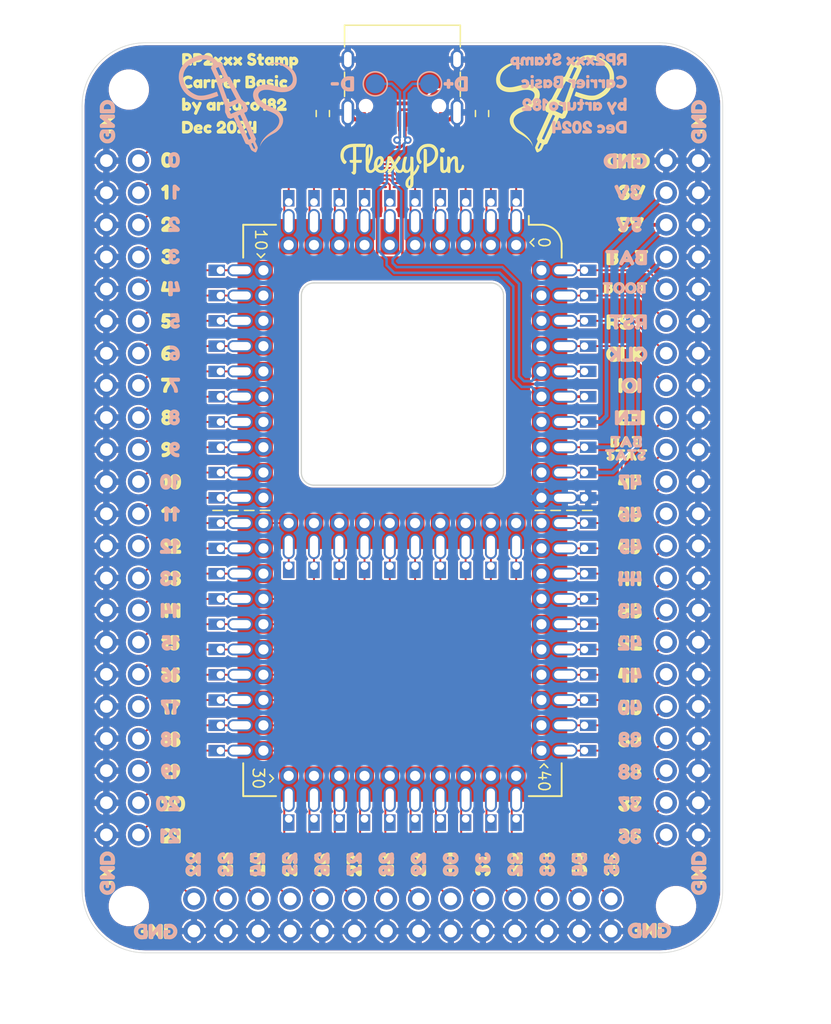
<source format=kicad_pcb>
(kicad_pcb (version 20240108) (generator "pcbnew") (generator_version "8.0")
  (title_block (rev "1"))
  (layers (0 "F.Cu" signal) (31 "B.Cu" signal) (34 "B.Paste" user) (35 "F.Paste" user) (36 "B.SilkS" user "B.Silkscreen") (37 "F.SilkS" user "F.Silkscreen") (38 "B.Mask" user) (39 "F.Mask" user) (44 "Edge.Cuts" user))
  (net 0 "")
  (net 1 "/USB_D-")
  (net 2 "GND")
  (net 3 "/USB_D+")
  (net 4 "+5V")
  (net 5 "Net-(J1-CC2)")
  (net 6 "Net-(J1-CC1)")
  (net 7 "/GPIO26")
  (net 8 "/GPIO17")
  (net 9 "/GPIO11")
  (net 10 "/GPIO39")
  (net 11 "/GPIO12")
  (net 12 "/GPIO47")
  (net 13 "/GPIO5")
  (net 14 "/GPIO27")
  (net 15 "/GPIO20")
  (net 16 "/GPIO1")
  (net 17 "/GPIO38")
  (net 18 "/GPIO9")
  (net 19 "/GPIO6")
  (net 20 "/GPIO29")
  (net 21 "VBAT")
  (net 22 "/GPIO44")
  (net 23 "/GPIO4")
  (net 24 "/GPIO0")
  (net 25 "/GPIO21")
  (net 26 "/LDO_EN")
  (net 27 "/GPIO3")
  (net 28 "/GPIO43")
  (net 29 "/GPIO30")
  (net 30 "/GPIO14")
  (net 31 "/SWCLK")
  (net 32 "/GPIO22")
  (net 33 "/GPIO2")
  (net 34 "/GPIO34")
  (net 35 "/GPIO18")
  (net 36 "/GPIO32")
  (net 37 "/GPIO13")
  (net 38 "/GPIO45")
  (net 39 "/GPIO16")
  (net 40 "/GPIO7")
  (net 41 "/BAT_STAT")
  (net 42 "/GPIO36")
  (net 43 "/GPIO31")
  (net 44 "/RESET")
  (net 45 "/GPIO25")
  (net 46 "/GPIO8")
  (net 47 "/GPIO42")
  (net 48 "/GPIO15")
  (net 49 "/GPIO28")
  (net 50 "/GPIO23")
  (net 51 "/GPIO33")
  (net 52 "/GPIO35")
  (net 53 "/GPIO24")
  (net 54 "/SWDIO")
  (net 55 "/GPIO40")
  (net 56 "/GPIO46")
  (net 57 "/GPIO41")
  (net 58 "+3.3V")
  (net 59 "/GPIO10")
  (net 60 "/GPIO37")
  (net 61 "/BOOTSEL")
  (net 62 "/GPIO19")
  (footprint "Connector_PinHeader_2.54mm:PinHeader_2x14_P2.54mm_Vertical" (layer "F.Cu") (at 142.85 127.275 90)
    (property "Reference" "J4" (hide yes))
    (property "Value" "Conn_Center")
  )
  (footprint "MountingHole:MountingHole_2.7mm_M2.5" (layer "F.Cu") (at 181 60.7)
    (property "Reference" "REF**" (hide yes))
    (property "Value" "MountingHole_2.7mm_M2.5")
  )
  (footprint "kibuzzard-66F552E2" (layer "F.Cu") (at 182.8 122.7 90)
    (property "Reference" "kibuzzard-66F552E2" (hide yes))
    (property "Value" "G***" (hide yes))
  )
  (footprint "kibuzzard-66F552E2" (layer "F.Cu") (at 139.82 127.31)
    (property "Reference" "kibuzzard-66F552E2" (hide yes))
    (property "Value" "G***" (hide yes))
  )
  (footprint "kibuzzard-678C1E58" (layer "F.Cu") (at 146.5 61)
    (property "Reference" "kibuzzard-678C1E58" (hide yes))
    (property "Value" "G***" (hide yes))
  )
  (footprint "Symbols_Extra:SolderParty-New-Logo_10x8.5mm_SilkScreen" (layer "F.Cu") (at 171.75 61.5)
    (property "Reference" "G***" (hide yes))
    (property "Value" "LOGO" (hide yes))
  )
  (footprint "kibuzzard-66C2A1A1" (layer "F.Cu") (at 141.2 93)
    (property "Reference" "kibuzzard-66C2A1A1" (hide yes))
    (property "Value" "G***" (hide yes))
  )
  (footprint "Connector_USB:USB_C_Receptacle_XKB_U262-16XN-4BVC11" (layer "F.Cu") (at 159.35 59.4 180)
    (property "Reference" "J1" (hide yes))
    (property "Value" "USB_C_Receptacle_USB2.0_14P")
  )
  (footprint "RP2xxx_Stamp:RP2xxx_Stamp_Combo_FlexyPin" (layer "F.Cu") (at 159.35 94 -90)
    (property "Reference" "U1" (hide yes))
    (property "Value" "RP2350_Stamp_XL")
  )
  (footprint "kibuzzard-66C2A3D7" (layer "F.Cu") (at 177.1 89.1)
    (property "Reference" "kibuzzard-66C2A3D7" (hide yes))
    (property "Value" "G***" (hide yes))
  )
  (footprint "kibuzzard-66F552E2" (layer "F.Cu") (at 136 122.694158 90)
    (property "Reference" "kibuzzard-66F552E2" (hide yes))
    (property "Value" "G***" (hide yes))
  )
  (footprint "kibuzzard-66F552E2" (layer "F.Cu") (at 178.9 127.23)
    (property "Reference" "kibuzzard-66F552E2" (hide yes))
    (property "Value" "G***" (hide yes))
  )
  (footprint "kibuzzard-66C2A49A" (layer "F.Cu") (at 159.35 122 90)
    (property "Reference" "kibuzzard-66C2A49A" (hide yes))
    (property "Value" "G***" (hide yes))
  )
  (footprint "Resistor_SMD:R_0603_1608Metric" (layer "F.Cu") (at 153.05 62.6 -90)
    (property "Reference" "R2" (hide yes))
    (property "Value" "5.1K")
  )
  (footprint "MountingHole:MountingHole_2.7mm_M2.5" (layer "F.Cu") (at 137.7 60.7)
    (property "Reference" "REF**" (hide yes))
    (property "Value" "MountingHole_2.7mm_M2.5")
  )
  (footprint "Connector_PinHeader_2.54mm:PinHeader_2x22_P2.54mm_Vertical" (layer "F.Cu") (at 180.225 66.325)
    (property "Reference" "J3" (hide yes))
    (property "Value" "Conn_Right")
  )
  (footprint "MountingHole:MountingHole_2.7mm_M2.5" (layer "F.Cu") (at 137.7 125.3)
    (property "Reference" "REF**" (hide yes))
    (property "Value" "MountingHole_2.7mm_M2.5")
  )
  (footprint "Resistor_SMD:R_0603_1608Metric" (layer "F.Cu") (at 165.65 62.6 -90)
    (property "Reference" "R1" (hide yes))
    (property "Value" "5.1K")
  )
  (footprint "kibuzzard-66F552E2" (layer "F.Cu") (at 182.8 63.25 90)
    (property "Reference" "kibuzzard-66F552E2" (hide yes))
    (property "Value" "G***" (hide yes))
  )
  (footprint "kibuzzard-66C2A3A5" (layer "F.Cu") (at 177 76.4)
    (property "Reference" "kibuzzard-66C2A3A5" (hide yes))
    (property "Value" "G***" (hide yes))
  )
  (footprint "MountingHole:MountingHole_2.7mm_M2.5" (layer "F.Cu") (at 181 125.3)
    (property "Reference" "REF**" (hide yes))
    (property "Value" "MountingHole_2.7mm_M2.5")
  )
  (footprint "LOGO" (layer "F.Cu") (at 159.35 66.75)
    (property "Reference" "G***" (hide yes))
    (property "Value" "LOGO" (hide yes))
  )
  (footprint "kibuzzard-66F552E2" (layer "F.Cu") (at 136 63.244158 90)
    (property "Reference" "kibuzzard-66F552E2" (hide yes))
    (property "Value" "G***" (hide yes))
  )
  (footprint "kibuzzard-66C2A29F" (layer "F.Cu") (at 177.5 94.3)
    (property "Reference" "kibuzzard-66C2A29F" (hide yes))
    (property "Value" "G***" (hide yes))
  )
  (footprint "Connector_PinHeader_2.54mm:PinHeader_2x22_P2.54mm_Vertical" (layer "F.Cu") (at 135.925 66.325)
    (property "Reference" "J2" (hide yes))
    (property "Value" "Conn_Left")
  )
  (footprint "kibuzzard-66C2A2F8" (layer "F.Cu") (at 177.2 74)
    (property "Reference" "kibuzzard-66C2A2F8" (hide yes))
    (property "Value" "G***" (hide yes))
  )
  (footprint "kibuzzard-678C1E0B" (layer "B.Cu") (at 163 60.25 180)
    (property "Reference" "kibuzzard-678C1E0B" (hide yes))
    (property "Value" "G***" (hide yes))
  )
  (footprint "TestPoint:TestPoint_Pad_D1.5mm" (layer "B.Cu") (at 161.5 60.25 90)
    (property "Reference" "TP2" (hide yes))
    (property "Value" "TP_D+" (hide yes))
  )
  (footprint "kibuzzard-66F552E2" (layer "B.Cu") (at 136 63.244158 90)
    (property "Reference" "kibuzzard-66F552E2" (hide yes))
    (property "Value" "G***" (hide yes))
  )
  (footprint "kibuzzard-66F552E2" (layer "B.Cu") (at 139.82 127.31 180)
    (property "Reference" "kibuzzard-66F552E2" (hide yes))
    (property "Value" "G***" (hide yes))
  )
  (footprint "kibuzzard-66C2A2F8" (layer "B.Cu") (at 177 74 180)
    (property "Reference" "kibuzzard-66C2A2F8" (hide yes))
    (property "Value" "G***" (hide yes))
  )
  (footprint "kibuzzard-678C1E05" (layer "B.Cu") (at 154 60.25 180)
    (property "Reference" "kibuzzard-678C1E05" (hide yes))
    (property "Value" "G***" (hide yes))
  )
  (footprint "kibuzzard-66C2A3A5" (layer "B.Cu") (at 176.9 76.4 180)
    (property "Reference" "kibuzzard-66C2A3A5" (hide yes))
    (property "Value" "G***" (hide yes))
  )
  (footprint "kibuzzard-66F552E2" (layer "B.Cu") (at 178.9 127.23 180)
    (property "Reference" "kibuzzard-66F552E2" (hide yes))
    (property "Value" "G***" (hide yes))
  )
  (footprint "kibuzzard-66C2A49A" (layer "B.Cu") (at 159.35 122 -90)
    (property "Reference" "kibuzzard-66C2A49A" (hide yes))
    (property "Value" "G***" (hide yes))
  )
  (footprint "kibuzzard-66F552E2" (layer "B.Cu") (at 136 122.694158 90)
    (property "Reference" "kibuzzard-66F552E2" (hide yes))
    (property "Value" "G***" (hide yes))
  )
  (footprint "kibuzzard-678C1DFB" (layer "B.Cu") (at 164 60.25 180)
    (property "Reference" "kibuzzard-678C1DFB" (hide yes))
    (property "Value" "G***" (hide yes))
  )
  (footprint "TestPoint:TestPoint_Pad_D1.5mm" (layer "B.Cu") (at 157.2 60.25 90)
    (property "Reference" "TP1" (hide yes))
    (property "Value" "TP_D-" (hide yes))
  )
  (footprint "kibuzzard-678C1E5E" (layer "B.Cu") (at 172.5 61 180)
    (property "Reference" "kibuzzard-678C1E5E" (hide yes))
    (property "Value" "G***" (hide yes))
  )
  (footprint "kibuzzard-66C2A29F" (layer "B.Cu") (at 177.2 94.3 180)
    (property "Reference" "kibuzzard-66C2A29F" (hide yes))
    (property "Value" "G***" (hide yes))
  )
  (footprint "Symbols_Extra:SolderParty-New-Logo_10x8.5mm_SilkScreen" (layer "B.Cu") (at 146 61.5 180)
    (property "Reference" "G***" (hide yes))
    (property "Value" "LOGO" (hide yes))
  )
  (footprint "kibuzzard-66F552E2" (layer "B.Cu") (at 182.8 63.25 90)
    (property "Reference" "kibuzzard-66F552E2" (hide yes))
    (property "Value" "G***" (hide yes))
  )
  (footprint "kibuzzard-66C2A1A1" (layer "B.Cu") (at 140.8 93 180)
    (property "Reference" "kibuzzard-66C2A1A1" (hide yes))
    (property "Value" "G***" (hide yes))
  )
  (footprint "kibuzzard-66C2A3D7" (layer "B.Cu") (at 177 89.1 180)
    (property "Reference" "kibuzzard-66C2A3D7" (hide yes))
    (property "Value" "G***" (hide yes))
  )
  (footprint "kibuzzard-678C1DF7" (layer "B.Cu") (at 155 60.25 180)
    (property "Reference" "kibuzzard-678C1DF7" (hide yes))
    (property "Value" "G***" (hide yes))
  )
  (footprint "kibuzzard-66F552E2" (layer "B.Cu") (at 182.8 122.7 90)
    (property "Reference" "kibuzzard-66F552E2" (hide yes))
    (property "Value" "G***" (hide yes))
  )
  (gr_line (start 184.7 62) (end 184.7 124) (stroke (width 0.05)) (layer "Edge.Cuts"))
  (gr_line (start 151.35 77) (end 151.35 90.999999) (stroke (width 0.1)) (layer "Edge.Cuts"))
  (gr_arc (start 167.35 91) (mid 167.057107 91.707107) (end 166.35 92) (stroke (width 0.1)) (layer "Edge.Cuts"))
  (gr_line (start 167.35 91) (end 167.35 77) (stroke (width 0.1)) (layer "Edge.Cuts"))
  (gr_arc (start 166.35 76) (mid 167.057107 76.292893) (end 167.35 77) (stroke (width 0.1)) (layer "Edge.Cuts"))
  (gr_arc (start 179.7 57) (mid 183.235534 58.464466) (end 184.7 62) (stroke (width 0.05)) (layer "Edge.Cuts"))
  (gr_line (start 179.7 129) (end 139 129) (stroke (width 0.05)) (layer "Edge.Cuts"))
  (gr_line (start 134 124) (end 134 62) (stroke (width 0.05)) (layer "Edge.Cuts"))
  (gr_arc (start 184.7 124) (mid 183.235534 127.535534) (end 179.7 129) (stroke (width 0.05)) (layer "Edge.Cuts"))
  (gr_arc (start 139 129) (mid 135.464466 127.535534) (end 134 124) (stroke (width 0.05)) (layer "Edge.Cuts"))
  (gr_arc (start 152.35 92) (mid 151.642893 91.707106) (end 151.35 90.999999) (stroke (width 0.1)) (layer "Edge.Cuts"))
  (gr_arc (start 151.35 77) (mid 151.642893 76.292893) (end 152.35 76) (stroke (width 0.1)) (layer "Edge.Cuts"))
  (gr_line (start 152.35 92) (end 166.35 92) (stroke (width 0.1)) (layer "Edge.Cuts"))
  (gr_line (start 139 57) (end 179.7 57) (stroke (width 0.05)) (layer "Edge.Cuts"))
  (gr_line (start 166.35 76) (end 152.35 76) (stroke (width 0.1)) (layer "Edge.Cuts"))
  (gr_arc (start 134 62) (mid 135.464466 58.464466) (end 139 57) (stroke (width 0.05)) (layer "Edge.Cuts"))
  (segment (start 158.925 64.7) (end 159.125 64.5) (width 0.2) (layer "F.Cu") (net 1))
  (segment (start 159.125 64.5) (end 159.125 63.957501) (width 0.2) (layer "F.Cu") (net 1))
  (segment (start 160.1 63.07) (end 160.1 62.445) (width 0.2) (layer "F.Cu") (net 1))
  (segment (start 159.1 63.932501) (end 159.1 63.07) (width 0.2) (layer "F.Cu") (net 1))
  (segment (start 159.95 62.295) (end 159.255 62.295) (width 0.2) (layer "F.Cu") (net 1))
  (segment (start 160.1 62.445) (end 159.95 62.295) (width 0.2) (layer "F.Cu") (net 1))
  (segment (start 159.1 62.45) (end 159.1 63.07) (width 0.2) (layer "F.Cu") (net 1))
  (segment (start 173.4 85) (end 170.65 85) (width 0.2) (layer "F.Cu") (net 1))
  (segment (start 159.125 63.957501) (end 159.1 63.932501) (width 0.2) (layer "F.Cu") (net 1))
  (segment (start 159.255 62.295) (end 159.1 62.45) (width 0.2) (layer "F.Cu") (net 1))
  (segment (start 173.4 85) (end 171.85 85) (width 0.2) (layer "F.Cu") (net 1))
  (via (at 158.925 64.7) (size 0.6) (drill 0.3) (layers "F.Cu" "B.Cu") (net 1))
  (segment (start 169.575 84.225) (end 168.783694 84.225) (width 0.2) (layer "B.Cu") (net 1))
  (segment (start 158.1 74.6) (end 158.1 74.1) (width 0.2) (layer "B.Cu") (net 1))
  (segment (start 158.7 75.2) (end 158.1 74.6) (width 0.2) (layer "B.Cu") (net 1))
  (segment (start 159.15 60.9) (end 159.15 64.475) (width 0.2) (layer "B.Cu") (net 1))
  (segment (start 170.35 85) (end 169.575 84.225) (width 0.2) (layer "B.Cu") (net 1))
  (segment (start 157.45 73.45) (end 157.45 68.75) (width 0.2) (layer "B.Cu") (net 1))
  (segment (start 168.125 76.275) (end 167.05 75.2) (width 0.2) (layer "B.Cu") (net 1))
  (segment (start 158.125 66.356802) (end 159.124999 65.356803) (width 0.2) (layer "B.Cu") (net 1))
  (segment (start 159.124999 65.356803) (end 159.124999 64.899999) (width 0.2) (layer "B.Cu") (net 1))
  (segment (start 168.125 83.566306) (end 168.125 76.275) (width 0.2) (layer "B.Cu") (net 1))
  (segment (start 167.05 75.2) (end 158.7 75.2) (width 0.2) (layer "B.Cu") (net 1))
  (segment (start 168.783694 84.225) (end 168.125 83.566306) (width 0.2) (layer "B.Cu") (net 1))
  (segment (start 158.1 74.1) (end 157.45 73.45) (width 0.2) (layer "B.Cu") (net 1))
  (segment (start 158.5 60.25) (end 159.15 60.9) (width 0.2) (layer "B.Cu") (net 1))
  (segment (start 159.124999 64.899999) (end 158.925 64.7) (width 0.2) (layer "B.Cu") (net 1))
  (segment (start 157.2 60.25) (end 158.5 60.25) (width 0.2) (layer "B.Cu") (net 1))
  (segment (start 158.125 68.070753) (end 158.125 66.356802) (width 0.2) (layer "B.Cu") (net 1))
  (segment (start 157.45 68.75) (end 158.125 68.075) (width 0.2) (layer "B.Cu") (net 1))
  (segment (start 159.15 64.475) (end 158.925 64.7) (width 0.2) (layer "B.Cu") (net 1))
  (segment (start 163.105 63.07) (end 163.67 62.505) (width 0.3) (layer "F.Cu") (net 2))
  (segment (start 156.3 63.07) (end 155.595 63.07) (width 0.3) (layer "F.Cu") (net 2))
  (segment (start 155.595 63.07) (end 155.03 62.505) (width 0.3) (layer "F.Cu") (net 2))
  (segment (start 173.4 93) (end 171.85 93) (width 0.15) (layer "F.Cu") (net 2))
  (segment (start 162.7 63.07) (end 163.105 63.07) (width 0.3) (layer "F.Cu") (net 2))
  (segment (start 158.6 63.07) (end 158.6 64.247182) (width 0.2) (layer "F.Cu") (net 3))
  (segment (start 158.6 64.247182) (end 158.375 64.472182) (width 0.2) (layer "F.Cu") (net 3))
  (segment (start 158.375 64.472182) (end 158.375 64.927818) (width 0.2) (layer "F.Cu") (net 3))
  (segment (start 158.697182 65.25) (end 159.225 65.25) (width 0.2) (layer "F.Cu") (net 3))
  (segment (start 159.575 63.957501) (end 159.6 63.932501) (width 0.2) (layer "F.Cu") (net 3))
  (segment (start 173.4 83) (end 171.85 83) (width 0.2) (layer "F.Cu") (net 3))
  (segment (start 159.575 64.5) (end 159.575 63.957501) (width 0.2) (layer "F.Cu") (net 3))
  (segment (start 159.775 64.7) (end 159.575 64.5) (width 0.2) (layer "F.Cu") (net 3))
  (segment (start 158.375 64.927818) (end 158.697182 65.25) (width 0.2) (layer "F.Cu") (net 3))
  (segment (start 159.225 65.25) (end 159.775 64.7) (width 0.2) (layer "F.Cu") (net 3))
  (segment (start 159.6 63.932501) (end 159.6 63.07) (width 0.2) (layer "F.Cu") (net 3))
  (via (at 159.775 64.7) (size 0.6) (drill 0.3) (layers "F.Cu" "B.Cu") (net 3))
  (segment (start 158.575 68.070753) (end 158.575 66.543198) (width 0.2) (layer "B.Cu") (net 3))
  (segment (start 158.575 74.125) (end 159.25 73.45) (width 0.2) (layer "B.Cu") (net 3))
  (segment (start 159.5 64.425) (end 159.775 64.7) (width 0.2) (layer "B.Cu") (net 3))
  (segment (start 159.25 68.75) (end 158.575 68.075) (width 0.2) (layer "B.Cu") (net 3))
  (segment (start 159.25 73.45) (end 159.25 68.75) (width 0.2) (layer "B.Cu") (net 3))
  (segment (start 170.35 83) (end 169.575 83.775) (width 0.2) (layer "B.Cu") (net 3))
  (segment (start 168.575 83.37991) (end 168.575 76.075) (width 0.2) (layer "B.Cu") (net 3))
  (segment (start 167.25 74.75) (end 158.9 74.75) (width 0.2) (layer "B.Cu") (net 3))
  (segment (start 158.575 66.543198) (end 159.474999 65.643199) (width 0.2) (layer "B.Cu") (net 3))
  (segment (start 159.474999 65.643199) (end 159.474999 65.000001) (width 0.2) (layer "B.Cu") (net 3))
  (segment (start 168.575 76.075) (end 167.25 74.75) (width 0.2) (layer "B.Cu") (net 3))
  (segment (start 169.575 83.775) (end 168.97009 83.775) (width 0.2) (layer "B.Cu") (net 3))
  (segment (start 168.97009 83.775) (end 168.575 83.37991) (width 0.2) (layer "B.Cu") (net 3))
  (segment (start 160.15 60.25) (end 159.5 60.9) (width 0.2) (layer "B.Cu") (net 3))
  (segment (start 158.575 74.425) (end 158.575 74.125) (width 0.2) (layer "B.Cu") (net 3))
  (segment (start 161.5 60.25) (end 160.15 60.25) (width 0.2) (layer "B.Cu") (net 3))
  (segment (start 159.474999 65.000001) (end 159.775 64.7) (width 0.2) (layer "B.Cu") (net 3))
  (segment (start 159.5 60.9) (end 159.5 64.425) (width 0.2) (layer "B.Cu") (net 3))
  (segment (start 158.9 74.75) (end 158.575 74.425) (width 0.2) (layer "B.Cu") (net 3))
  (segment (start 157.1 63.07) (end 157.1 62.345) (width 0.3) (layer "F.Cu") (net 4))
  (segment (start 175.1 69.8) (end 176.705 71.405) (width 0.3) (layer "F.Cu") (net 4))
  (segment (start 157.645 61.8) (end 160.85 61.8) (width 0.3) (layer "F.Cu") (net 4))
  (segment (start 160.85 61.8) (end 161.05 61.8) (width 0.3) (layer "F.Cu") (net 4))
  (segment (start 173.5 60.9) (end 161.95 60.9) (width 0.3) (layer "F.Cu") (net 4))
  (segment (start 176.705 71.405) (end 180.225 71.405) (width 0.3) (layer "F.Cu") (net 4))
  (segment (start 157.1 62.345) (end 157.645 61.8) (width 0.3) (layer "F.Cu") (net 4))
  (segment (start 173.4 89) (end 171.85 89) (width 0.15) (layer "F.Cu") (net 4))
  (segment (start 161.05 61.8) (end 161.6 62.35) (width 0.3) (layer "F.Cu") (net 4))
  (segment (start 161.05 61.8) (end 161.95 60.9) (width 0.3) (layer "F.Cu") (net 4))
  (segment (start 173.5 60.9) (end 175.1 62.5) (width 0.3) (layer "F.Cu") (net 4))
  (segment (start 161.6 62.35) (end 161.6 63.07) (width 0.3) (layer "F.Cu") (net 4))
  (segment (start 175.1 62.5) (end 175.1 69.8) (width 0.3) (layer "F.Cu") (net 4))
  (segment (start 173.75 89) (end 176 89) (width 0.3) (layer "B.Cu") (net 4))
  (segment (start 176 89) (end 176.75 88.25) (width 0.3) (layer "B.Cu") (net 4))
  (segment (start 176.75 74.88) (end 180.225 71.405) (width 0.3) (layer "B.Cu") (net 4))
  (segment (start 176.75 88.25) (end 176.75 74.88) (width 0.3) (layer "B.Cu") (net 4))
  (segment (start 157.6 63.795) (end 157.395 64) (width 0.15) (layer "F.Cu") (net 5))
  (segment (start 157.395 64) (end 154.15 64) (width 0.15) (layer "F.Cu") (net 5))
  (segment (start 154.15 64) (end 153.95 63.8) (width 0.15) (layer "F.Cu") (net 5))
  (segment (start 153.725 61.775) (end 153.05 61.775) (width 0.15) (layer "F.Cu") (net 5))
  (segment (start 157.6 63.07) (end 157.6 63.795) (width 0.15) (layer "F.Cu") (net 5))
  (segment (start 153.95 62) (end 153.725 61.775) (width 0.15) (layer "F.Cu") (net 5))
  (segment (start 153.95 63.8) (end 153.95 62) (width 0.15) (layer "F.Cu") (net 5))
  (segment (start 160.6 63.07) (end 160.6 63.795) (width 0.15) (layer "F.Cu") (net 6))
  (segment (start 164.975 61.775) (end 165.65 61.775) (width 0.15) (layer "F.Cu") (net 6))
  (segment (start 164.75 62) (end 164.975 61.775) (width 0.15) (layer "F.Cu") (net 6))
  (segment (start 164.55 64) (end 164.75 63.8) (width 0.15) (layer "F.Cu") (net 6))
  (segment (start 164.75 63.8) (end 164.75 62) (width 0.15) (layer "F.Cu") (net 6))
  (segment (start 160.6 63.795) (end 160.805 64) (width 0.15) (layer "F.Cu") (net 6))
  (segment (start 160.805 64) (end 164.55 64) (width 0.15) (layer "F.Cu") (net 6))
  (segment (start 151.675 123.4) (end 149.559264 123.4) (width 0.15) (layer "F.Cu") (net 7))
  (segment (start 142.5 109.588376) (end 142.8 109.288376) (width 0.15) (layer "F.Cu") (net 7))
  (segment (start 142.8 109.288376) (end 142.8 107.17264) (width 0.15) (layer "F.Cu") (net 7))
  (segment (start 148.35 107) (end 155.125 107) (width 0.15) (layer "F.Cu") (net 7))
  (segment (start 142.97264 107) (end 146.15 107) (width 0.15) (layer "F.Cu") (net 7))
  (segment (start 142.5 116.340736) (end 142.5 109.588376) (width 0.15) (layer "F.Cu") (net 7))
  (segment (start 162.35 99.775) (end 162.35 98.4) (width 0.15) (layer "F.Cu") (net 7))
  (segment (start 142.8 107.17264) (end 142.97264 107) (width 0.15) (layer "F.Cu") (net 7))
  (segment (start 155.125 107) (end 162.35 99.775) (width 0.15) (layer "F.Cu") (net 7))
  (segment (start 153.01 124.735) (end 151.675 123.4) (width 0.15) (layer "F.Cu") (net 7))
  (segment (start 162.35 96.85) (end 162.35 98.4) (width 0.15) (layer "F.Cu") (net 7))
  (segment (start 149.559264 123.4) (end 142.5 116.340736) (width 0.15) (layer "F.Cu") (net 7))
  (segment (start 141.9 93.675584) (end 141.6 93.975584) (width 0.15) (layer "F.Cu") (net 8))
  (segment (start 141.3 98.507056) (end 141 98.807056) (width 0.15) (layer "F.Cu") (net 8))
  (segment (start 141 100.922792) (end 140.7 101.222792) (width 0.15) (layer "F.Cu") (net 8))
  (segment (start 140.7 101.222792) (end 140.7 103.338528) (width 0.15) (layer "F.Cu") (net 8))
  (segment (start 140.4 105.754264) (end 140.1 106.054264) (width 0.15) (layer "F.Cu") (net 8))
  (segment (start 142.2 90.05) (end 142.2 91.259848) (width 0.15) (layer "F.Cu") (net 8))
  (segment (start 141.3 96.39132) (end 141.3 98.507056) (width 0.15) (layer "F.Cu") (net 8))
  (segment (start 140.4 103.638528) (end 140.4 105.754264) (width 0.15) (layer "F.Cu") (net 8))
  (segment (start 140.1 107.87) (end 138.465 109.505) (width 0.15) (layer "F.Cu") (net 8))
  (segment (start 141.9 91.559848) (end 141.9 93.675584) (width 0.15) (layer "F.Cu") (net 8))
  (segment (start 141.6 96.09132) (end 141.3 96.39132) (width 0.15) (layer "F.Cu") (net 8))
  (segment (start 143.25 89) (end 142.2 90.05) (width 0.15) (layer "F.Cu") (net 8))
  (segment (start 142.2 91.259848) (end 141.9 91.559848) (width 0.15) (layer "F.Cu") (net 8))
  (segment (start 140.1 106.054264) (end 140.1 107.87) (width 0.15) (layer "F.Cu") (net 8))
  (segment (start 146.15 89) (end 143.25 89) (width 0.15) (layer "F.Cu") (net 8))
  (segment (start 140.7 103.338528) (end 140.4 103.638528) (width 0.15) (layer "F.Cu") (net 8))
  (segment (start 141 98.807056) (end 141 100.922792) (width 0.15) (layer "F.Cu") (net 8))
  (segment (start 141.6 93.975584) (end 141.6 96.09132) (width 0.15) (layer "F.Cu") (net 8))
  (segment (start 140.7 88.098528) (end 140.4 88.398528) (width 0.15) (layer "F.Cu") (net 9))
  (segment (start 141.6 80.85132) (end 141.3 81.15132) (width 0.15) (layer "F.Cu") (net 9))
  (segment (start 140.1 92.63) (end 138.465 94.265) (width 0.15) (layer "F.Cu") (net 9))
  (segment (start 141.6 78.735584) (end 141.6 80.85132) (width 0.15) (layer "F.Cu") (net 9))
  (segment (start 141 83.567056) (end 141 85.682792) (width 0.15) (layer "F.Cu") (net 9))
  (segment (start 146.15 77) (end 143.335584 77) (width 0.15) (layer "F.Cu") (net 9))
  (segment (start 141.3 81.15132) (end 141.3 83.267056) (width 0.15) (layer "F.Cu") (net 9))
  (segment (start 143.335584 77) (end 141.6 78.735584) (width 0.15) (layer "F.Cu") (net 9))
  (segment (start 141 85.682792) (end 140.7 85.982792) (width 0.15) (layer "F.Cu") (net 9))
  (segment (start 140.4 90.514264) (end 140.1 90.814264) (width 0.15) (layer "F.Cu") (net 9))
  (segment (start 141.3 83.267056) (end 141 83.567056) (width 0.15) (layer "F.Cu") (net 9))
  (segment (start 140.4 88.398528) (end 140.4 90.514264) (width 0.15) (layer "F.Cu") (net 9))
  (segment (start 140.7 85.982792) (end 140.7 88.098528) (width 0.15) (layer "F.Cu") (net 9))
  (segment (start 140.1 90.814264) (end 140.1 92.63) (width 0.15) (layer "F.Cu") (net 9))
  (segment (start 168 118.4) (end 168 119.6) (width 0.15) (layer "F.Cu") (net 10))
  (segment (start 168 119.6) (end 168.1 119.7) (width 0.15) (layer "F.Cu") (net 10))
  (segment (start 168.1 119.7) (end 172.57 119.7) (width 0.15) (layer "F.Cu") (net 10))
  (segment (start 168 118.4) (end 168 116.85) (width 0.15) (layer "F.Cu") (net 10))
  (segment (start 172.57 119.7) (end 180.225 112.045) (width 0.15) (layer "F.Cu") (net 10))
  (segment (start 141 88.222792) (end 140.7 88.522792) (width 0.15) (layer "F.Cu") (net 11))
  (segment (start 141.9 80.975584) (end 141.6 81.275584) (width 0.15) (layer "F.Cu") (net 11))
  (segment (start 140.4 93.054264) (end 140.1 93.354264) (width 0.15) (layer "F.Cu") (net 11))
  (segment (start 141.6 81.275584) (end 141.6 83.39132) (width 0.15) (layer "F.Cu") (net 11))
  (segment (start 140.7 88.522792) (end 140.7 90.638528) (width 0.15) (layer "F.Cu") (net 11))
  (segment (start 141 86.107056) (end 141 88.222792) (width 0.15) (layer "F.Cu") (net 11))
  (segment (start 141.6 83.39132) (end 141.3 83.69132) (width 0.15) (layer "F.Cu") (net 11))
  (segment (start 140.7 90.638528) (end 140.4 90.938528) (width 0.15) (layer "F.Cu") (net 11))
  (segment (start 146.15 79) (end 143.25 79) (width 0.15) (layer "F.Cu") (net 11))
  (segment (start 140.4 90.938528) (end 140.4 93.054264) (width 0.15) (layer "F.Cu") (net 11))
  (segment (start 140.1 95.17) (end 138.465 96.805) (width 0.15) (layer "F.Cu") (net 11))
  (segment (start 141.3 83.69132) (end 141.3 85.807056) (width 0.15) (layer "F.Cu") (net 11))
  (segment (start 140.1 93.354264) (end 140.1 95.17) (width 0.15) (layer "F.Cu") (net 11))
  (segment (start 143.25 79) (end 141.9 80.35) (width 0.15) (layer "F.Cu") (net 11))
  (segment (start 141.9 80.35) (end 141.9 80.975584) (width 0.15) (layer "F.Cu") (net 11))
  (segment (start 141.3 85.807056) (end 141 86.107056) (width 0.15) (layer "F.Cu") (net 11))
  (segment (start 174.9 99) (end 178.9 95) (width 0.15) (layer "F.Cu") (net 12))
  (segment (start 171.85 99) (end 174.9 99) (width 0.15) (layer "F.Cu") (net 12))
  (segment (start 178.9 95) (end 178.9 93.05) (width 0.15) (layer "F.Cu") (net 12))
  (segment (start 178.9 93.05) (end 180.225 91.725) (width 0.15) (layer "F.Cu") (net 12))
  (segment (start 152.622792 67.3) (end 151.097056 67.3) (width 0.15) (layer "F.Cu") (net 13))
  (segment (start 158.2 68.1) (end 156.624264 68.1) (width 0.15) (layer "F.Cu") (net 13))
  (segment (start 151.097056 67.3) (end 150.597056 66.8) (width 0.15) (layer "F.Cu") (net 13))
  (segment (start 148.574264 66.8) (end 140.1 75.274264) (width 0.15) (layer "F.Cu") (net 13))
  (segment (start 158.35 68.25) (end 158.2 68.1) (width 0.15) (layer "F.Cu") (net 13))
  (segment (start 158.35 69.6) (end 158.35 68.25) (width 0.15) (layer "F.Cu") (net 13))
  (segment (start 152.822792 67.5) (end 152.622792 67.3) (width 0.15) (layer "F.Cu") (net 13))
  (segment (start 140.1 77.39) (end 138.465 79.025) (width 0.15) (layer "F.Cu") (net 13))
  (segment (start 154.448528 67.5) (end 152.822792 67.5) (width 0.15) (layer "F.Cu") (net 13))
  (segment (start 158 69.6) (end 158 71.15) (width 0.15) (layer "F.Cu") (net 13))
  (segment (start 156.324264 67.8) (end 154.748528 67.8) (width 0.15) (layer "F.Cu") (net 13))
  (segment (start 140.1 75.274264) (end 140.1 77.39) (width 0.15) (layer "F.Cu") (net 13))
  (segment (start 150.597056 66.8) (end 148.574264 66.8) (width 0.15) (layer "F.Cu") (net 13))
  (segment (start 154.748528 67.8) (end 154.448528 67.5) (width 0.15) (layer "F.Cu") (net 13))
  (segment (start 156.624264 68.1) (end 156.324264 67.8) (width 0.15) (layer "F.Cu") (net 13))
  (segment (start 142.8 109.71264) (end 143.51264 109) (width 0.15) (layer "F.Cu") (net 14))
  (segment (start 155.125 109) (end 164.35 99.775) (width 0.15) (layer "F.Cu") (net 14))
  (segment (start 143.51264 109) (end 146.15 109) (width 0.15) (layer "F.Cu") (net 14))
  (segment (start 142.8 116.216472) (end 142.8 109.71264) (width 0.15) (layer "F.Cu") (net 14))
  (segment (start 155.55 124.735) (end 153.915 123.1) (width 0.15) (layer "F.Cu") (net 14))
  (segment (start 153.915 123.1) (end 149.683528 123.1) (width 0.15) (layer "F.Cu") (net 14))
  (segment (start 149.683528 123.1) (end 142.8 116.216472) (width 0.15) (layer "F.Cu") (net 14))
  (segment (start 164.35 96.85) (end 164.35 98.4) (width 0.15) (layer "F.Cu") (net 14))
  (segment (start 148.35 109) (end 155.125 109) (width 0.15) (layer "F.Cu") (net 14))
  (segment (start 164.35 99.775) (end 164.35 98.4) (width 0.15) (layer "F.Cu") (net 14))
  (segment (start 141.3 104.01132) (end 141.3 106.127056) (width 0.15) (layer "F.Cu") (net 15))
  (segment (start 141.9 99.2) (end 141.9 101.295584) (width 0.15) (layer "F.Cu") (net 15))
  (segment (start 141.9 101.295584) (end 141.6 101.595584) (width 0.15) (layer "F.Cu") (net 15))
  (segment (start 141.6 101.595584) (end 141.6 103.71132) (width 0.15) (layer "F.Cu") (net 15))
  (segment (start 146.15 95) (end 143.25 95) (width 0.15) (layer "F.Cu") (net 15))
  (segment (start 140.7 108.842792) (end 140.7 114.89) (width 0.15) (layer "F.Cu") (net 15))
  (segment (start 141 108.542792) (end 140.7 108.842792) (width 0.15) (layer "F.Cu") (net 15))
  (segment (start 142.2 98.9) (end 141.9 99.2) (width 0.15) (layer "F.Cu") (net 15))
  (segment (start 141.3 106.127056) (end 141 106.427056) (width 0.15) (layer "F.Cu") (net 15))
  (segment (start 140.7 114.89) (end 138.465 117.125) (width 0.15) (layer "F.Cu") (net 15))
  (segment (start 143.25 95) (end 142.5 95.75) (width 0.15) (layer "F.Cu") (net 15))
  (segment (start 141.6 103.71132) (end 141.3 104.01132) (width 0.15) (layer "F.Cu") (net 15))
  (segment (start 148.35 95) (end 150.35 95) (width 0.15) (layer "F.Cu") (net 15))
  (segment (start 141 106.427056) (end 141 108.542792) (width 0.15) (layer "F.Cu") (net 15))
  (segment (start 142.5 95.75) (end 142.5 96.464112) (width 0.15) (layer "F.Cu") (net 15))
  (segment (start 150.35 96.85) (end 150.35 98.4) (width 0.15) (layer "F.Cu") (net 15))
  (segment (start 142.2 96.764112) (end 142.2 98.9) (width 0.15) (layer "F.Cu") (net 15))
  (segment (start 142.5 96.464112) (end 142.2 96.764112) (width 0.15) (layer "F.Cu") (net 15))
  (segment (start 154.945584 66.3) (end 153.319848 66.3) (width 0.15) (layer "F.Cu") (net 16))
  (segment (start 162.448528 67.5) (end 160.872792 67.5) (width 0.15) (layer "F.Cu") (net 16))
  (segment (start 151.594112 66.1) (end 151.094112 65.6) (width 0.15) (layer "F.Cu") (net 16))
  (segment (start 157.12132 66.9) (end 156.82132 66.6) (width 0.15) (layer "F.Cu") (net 16))
  (segment (start 158.697056 66.9) (end 157.12132 66.9) (width 0.15) (layer "F.Cu") (net 16))
  (segment (start 166 69.6) (end 166 71.15) (width 0.15) (layer "F.Cu") (net 16))
  (segment (start 164.324264 67.8) (end 162.748528 67.8) (width 0.15) (layer "F.Cu") (net 16))
  (segment (start 166.2 68.1) (end 164.624264 68.1) (width 0.15) (layer "F.Cu") (net 16))
  (segment (start 166.35 68.25) (end 166.2 68.1) (width 0.15) (layer "F.Cu") (net 16))
  (segment (start 162.748528 67.8) (end 162.448528 67.5) (width 0.15) (layer "F.Cu") (net 16))
  (segment (start 153.319848 66.3) (end 153.119848 66.1) (width 0.15) (layer "F.Cu") (net 16))
  (segment (start 155.245584 66.6) (end 154.945584 66.3) (width 0.15) (layer "F.Cu") (net 16))
  (segment (start 166.35 69.6) (end 166.35 68.25) (width 0.15) (layer "F.Cu") (net 16))
  (segment (start 156.82132 66.6) (end 155.245584 66.6) (width 0.15) (layer "F.Cu") (net 16))
  (segment (start 160.872792 67.5) (end 160.572792 67.2) (width 0.15) (layer "F.Cu") (net 16))
  (segment (start 141.73 65.6) (end 138.465 68.865) (width 0.15) (layer "F.Cu") (net 16))
  (segment (start 158.997056 67.2) (end 158.697056 66.9) (width 0.15) (layer "F.Cu") (net 16))
  (segment (start 153.119848 66.1) (end 151.594112 66.1) (width 0.15) (layer "F.Cu") (net 16))
  (segment (start 160.572792 67.2) (end 158.997056 67.2) (width 0.15) (layer "F.Cu") (net 16))
  (segment (start 151.094112 65.6) (end 141.73 65.6) (width 0.15) (layer "F.Cu") (net 16))
  (segment (start 164.624264 68.1) (end 164.324264 67.8) (width 0.15) (layer "F.Cu") (net 16))
  (segment (start 174.81 120) (end 180.225 114.585) (width 0.15) (layer "F.Cu") (net 17))
  (segment (start 166 118.4) (end 166 119.6) (width 0.15) (layer "F.Cu") (net 17))
  (segment (start 166.4 120) (end 174.81 120) (width 0.15) (layer "F.Cu") (net 17))
  (segment (start 166 119.6) (end 166.4 120) (width 0.15) (layer "F.Cu") (net 17))
  (segment (start 166 118.4) (end 166 116.85) (width 0.15) (layer "F.Cu") (net 17))
  (segment (start 149.07132 68) (end 141.3 75.77132) (width 0.15) (layer "F.Cu") (net 18))
  (segment (start 150 69.6) (end 150 71.15) (width 0.15) (layer "F.Cu") (net 18))
  (segment (start 140.4 83.318528) (end 140.4 85.434264) (width 0.15) (layer "F.Cu") (net 18))
  (segment (start 140.4 85.434264) (end 140.1 85.734264) (width 0.15) (layer "F.Cu") (net 18))
  (segment (start 150.1 68) (end 149.07132 68) (width 0.15) (layer "F.Cu") (net 18))
  (segment (start 140.7 80.902792) (end 140.7 83.018528) (width 0.15) (layer "F.Cu") (net 18))
  (segment (start 150.35 68.25) (end 150.1 68) (width 0.15) (layer "F.Cu") (net 18))
  (segment (start 141.3 75.77132) (end 141.3 78.187056) (width 0.15) (layer "F.Cu") (net 18))
  (segment (start 140.1 85.734264) (end 140.1 87.55) (width 0.15) (layer "F.Cu") (net 18))
  (segment (start 140.7 83.018528) (end 140.4 83.318528) (width 0.15) (layer "F.Cu") (net 18))
  (segment (start 141.3 78.187056) (end 141 78.487056) (width 0.15) (layer "F.Cu") (net 18))
  (segment (start 150.35 69.6) (end 150.35 68.25) (width 0.15) (layer "F.Cu") (net 18))
  (segment (start 141 78.487056) (end 141 80.602792) (width 0.15) (layer "F.Cu") (net 18))
  (segment (start 141 80.602792) (end 140.7 80.902792) (width 0.15) (layer "F.Cu") (net 18))
  (segment (start 140.1 87.55) (end 138.465 89.185) (width 0.15) (layer "F.Cu") (net 18))
  (segment (start 156.35 69.6) (end 156.35 68.25) (width 0.15) (layer "F.Cu") (net 19))
  (segment (start 150.972792 67.6) (end 150.472792 67.1) (width 0.15) (layer "F.Cu") (net 19))
  (segment (start 140.1 79.93) (end 138.465 81.565) (width 0.15) (layer "F.Cu") (net 19))
  (segment (start 156 69.6) (end 156 71.15) (width 0.15) (layer "F.Cu") (net 19))
  (segment (start 156.2 68.1) (end 154.624264 68.1) (width 0.15) (layer "F.Cu") (net 19))
  (segment (start 140.4 75.398528) (end 140.4 77.814264) (width 0.15) (layer "F.Cu") (net 19))
  (segment (start 154.624264 68.1) (end 154.324264 67.8) (width 0.15) (layer "F.Cu") (net 19))
  (segment (start 140.1 78.114264) (end 140.1 79.93) (width 0.15) (layer "F.Cu") (net 19))
  (segment (start 154.324264 67.8) (end 152.698528 67.8) (width 0.15) (layer "F.Cu") (net 19))
  (segment (start 152.498528 67.6) (end 150.972792 67.6) (width 0.15) (layer "F.Cu") (net 19))
  (segment (start 152.698528 67.8) (end 152.498528 67.6) (width 0.15) (layer "F.Cu") (net 19))
  (segment (start 148.698528 67.1) (end 140.4 75.398528) (width 0.15) (layer "F.Cu") (net 19))
  (segment (start 156.35 68.25) (end 156.2 68.1) (width 0.15) (layer "F.Cu") (net 19))
  (segment (start 140.4 77.814264) (end 140.1 78.114264) (width 0.15) (layer "F.Cu") (net 19))
  (segment (start 150.472792 67.1) (end 148.698528 67.1) (width 0.15) (layer "F.Cu") (net 19))
  (segment (start 168.35 96.85) (end 168.35 98.4) (width 0.15) (layer "F.Cu") (net 20))
  (segment (start 155.125 113) (end 168.35 99.775) (width 0.15) (layer "F.Cu") (net 20))
  (segment (start 158.595 122.7) (end 160.63 124.735) (width 0.15) (layer "F.Cu") (net 20))
  (segment (start 168.35 99.775) (end 168.35 98.4) (width 0.15) (layer "F.Cu") (net 20))
  (segment (start 143.4 113.4) (end 143.4 115.967944) (width 0.15) (layer "F.Cu") (net 20))
  (segment (start 155.827208 122.7) (end 158.595 122.7) (width 0.15) (layer "F.Cu") (net 20))
  (segment (start 155.627208 122.5) (end 155.827208 122.7) (width 0.15) (layer "F.Cu") (net 20))
  (segment (start 149.932056 122.5) (end 155.627208 122.5) (width 0.15) (layer "F.Cu") (net 20))
  (segment (start 143.8 113) (end 143.4 113.4) (width 0.15) (layer "F.Cu") (net 20))
  (segment (start 143.4 115.967944) (end 149.932056 122.5) (width 0.15) (layer "F.Cu") (net 20))
  (segment (start 146.15 113) (end 143.8 113) (width 0.15) (layer "F.Cu") (net 20))
  (segment (start 148.35 113) (end 155.125 113) (width 0.15) (layer "F.Cu") (net 20))
  (segment (start 173.4 91) (end 171.85 91) (width 0.15) (layer "F.Cu") (net 21))
  (segment (start 176 91) (end 178 89) (width 0.3) (layer "B.Cu") (net 21))
  (segment (start 178 76.17) (end 180.225 73.945) (width 0.3) (layer "B.Cu") (net 21))
  (segment (start 178 89) (end 178 76.17) (width 0.3) (layer "B.Cu") (net 21))
  (segment (start 173.75 91) (end 176 91) (width 0.3) (layer "B.Cu") (net 21))
  (segment (start 171.85 105) (end 174.9 105) (width 0.15) (layer "F.Cu") (net 22))
  (segment (start 178.9 101) (end 178.9 100.67) (width 0.15) (layer "F.Cu") (net 22))
  (segment (start 174.9 105) (end 178.9 101) (width 0.15) (layer "F.Cu") (net 22))
  (segment (start 178.9 100.67) (end 180.225 99.345) (width 0.15) (layer "F.Cu") (net 22))
  (segment (start 160 69.6) (end 160 71.15) (width 0.15) (layer "F.Cu") (net 23))
  (segment (start 151.22132 67) (end 150.72132 66.5) (width 0.15) (layer "F.Cu") (net 23))
  (segment (start 150.72132 66.5) (end 148.45 66.5) (width 0.15) (layer "F.Cu") (net 23))
  (segment (start 160.35 68.25) (end 160.2 68.1) (width 0.15) (layer "F.Cu") (net 23))
  (segment (start 158.624264 68.1) (end 158.324264 67.8) (width 0.15) (layer "F.Cu") (net 23))
  (segment (start 160.35 69.6) (end 160.35 68.25) (width 0.15) (layer "F.Cu") (net 23))
  (segment (start 160.2 68.1) (end 158.624264 68.1) (width 0.15) (layer "F.Cu") (net 23))
  (segment (start 148.45 66.5) (end 138.465 76.485) (width 0.15) (layer "F.Cu") (net 23))
  (segment (start 156.448528 67.5) (end 154.872792 67.5) (width 0.15) (layer "F.Cu") (net 23))
  (segment (start 156.748528 67.8) (end 156.448528 67.5) (width 0.15) (layer "F.Cu") (net 23))
  (segment (start 152.947056 67.2) (end 152.747056 67) (width 0.15) (layer "F.Cu") (net 23))
  (segment (start 154.872792 67.5) (end 154.572792 67.2) (width 0.15) (layer "F.Cu") (net 23))
  (segment (start 152.747056 67) (end 151.22132 67) (width 0.15) (layer "F.Cu") (net 23))
  (segment (start 154.572792 67.2) (end 152.947056 67.2) (width 0.15) (layer "F.Cu") (net 23))
  (segment (start 158.324264 67.8) (end 156.748528 67.8) (width 0.15) (layer "F.Cu") (net 23))
  (segment (start 164.748528 67.8) (end 164.448528 67.5) (width 0.15) (layer "F.Cu") (net 24))
  (segment (start 139.49 65.3) (end 138.465 66.325) (width 0.15) (layer "F.Cu") (net 24))
  (segment (start 168 69.6) (end 168 71.15) (width 0.15) (layer "F.Cu") (net 24))
  (segment (start 162.872792 67.5) (end 162.572792 67.2) (width 0.15) (layer "F.Cu") (net 24))
  (segment (start 160.997056 67.2) (end 160.697056 66.9) (width 0.15) (layer "F.Cu") (net 24))
  (segment (start 151.718376 65.8) (end 151.218376 65.3) (width 0.15) (layer "F.Cu") (net 24))
  (segment (start 168.35 69.6) (end 168.35 68.3) (width 0.15) (layer "F.Cu") (net 24))
  (segment (start 155.069848 66) (end 153.444112 66) (width 0.15) (layer "F.Cu") (net 24))
  (segment (start 155.369848 66.3) (end 155.069848 66) (width 0.15) (layer "F.Cu") (net 24))
  (segment (start 162.572792 67.2) (end 160.997056 67.2) (width 0.15) (layer "F.Cu") (net 24))
  (segment (start 151.218376 65.3) (end 139.49 65.3) (width 0.15) (layer "F.Cu") (net 24))
  (segment (start 153.444112 66) (end 153.244112 65.8) (width 0.15) (layer "F.Cu") (net 24))
  (segment (start 166.324264 67.8) (end 164.748528 67.8) (width 0.15) (layer "F.Cu") (net 24))
  (segment (start 168 71.15) (end 168 72.35) (width 0.15) (layer "F.Cu") (net 24))
  (segment (start 153.244112 65.8) (end 151.718376 65.8) (width 0.15) (layer "F.Cu") (net 24))
  (segment (start 168.35 68.3) (end 168.15 68.1) (width 0.15) (layer "F.Cu") (net 24))
  (segment (start 159.12132 66.9) (end 158.82132 66.6) (width 0.15) (layer "F.Cu") (net 24))
  (segment (start 164.448528 67.5) (end 162.872792 67.5) (width 0.15) (layer "F.Cu") (net 24))
  (segment (start 158.82132 66.6) (end 157.245584 66.6) (width 0.15) (layer "F.Cu") (net 24))
  (segment (start 168.15 68.1) (end 166.624264 68.1) (width 0.15) (layer "F.Cu") (net 24))
  (segment (start 157.245584 66.6) (end 156.945584 66.3) (width 0.15) (layer "F.Cu") (net 24))
  (segment (start 166.624264 68.1) (end 166.324264 67.8) (width 0.15) (layer "F.Cu") (net 24))
  (segment (start 156.945584 66.3) (end 155.369848 66.3) (width 0.15) (layer "F.Cu") (net 24))
  (segment (start 160.697056 66.9) (end 159.12132 66.9) (width 0.15) (layer "F.Cu") (net 24))
  (segment (start 152.35 96.85) (end 152.35 98.4) (width 0.15) (layer "F.Cu") (net 25))
  (segment (start 152.2 99.925) (end 152.35 99.775) (width 0.15) (layer "F.Cu") (net 25))
  (segment (start 142.2 99.324264) (end 142.2 101.419848) (width 0.15) (layer "F.Cu") (net 25))
  (segment (start 142.5 99.024264) (end 142.2 99.324264) (width 0.15) (layer "F.Cu") (net 25))
  (segment (start 141 108.967056) (end 141 117.13) (width 0.15) (layer "F.Cu") (net 25))
  (segment (start 141.3 106.55132) (end 141.3 108.667056) (width 0.15) (layer "F.Cu") (net 25))
  (segment (start 141.6 106.25132) (end 141.3 106.55132) (width 0.15) (layer "F.Cu") (net 25))
  (segment (start 149.5 99.65) (end 149.775 99.925) (width 0.15) (layer "F.Cu") (net 25))
  (segment (start 141.9 101.719848) (end 141.9 103.835584) (width 0.15) (layer "F.Cu") (net 25))
  (segment (start 143.25 97) (end 142.5 97.75) (width 0.15) (layer "F.Cu") (net 25))
  (segment (start 141 117.13) (end 138.465 119.665) (width 0.15) (layer "F.Cu") (net 25))
  (segment (start 141.6 104.135584) (end 141.6 106.25132) (width 0.15) (layer "F.Cu") (net 25))
  (segment (start 149.5 98.15) (end 149.5 99.65) (width 0.15) (layer "F.Cu") (net 25))
  (segment (start 141.3 108.667056) (end 141 108.967056) (width 0.15) (layer "F.Cu") (net 25))
  (segment (start 152.35 99.775) (end 152.35 98.4) (width 0.15) (layer "F.Cu") (net 25))
  (segment (start 141.9 103.835584) (end 141.6 104.135584) (width 0.15) (layer "F.Cu") (net 25))
  (segment (start 149.775 99.925) (end 152.2 99.925) (width 0.15) (layer "F.Cu") (net 25))
  (segment (start 148.35 97) (end 149.5 98.15) (width 0.15) (layer "F.Cu") (net 25))
  (segment (start 146.15 97) (end 143.25 97) (width 0.15) (layer "F.Cu") (net 25))
  (segment (start 142.2 101.419848) (end 141.9 101.719848) (width 0.15) (layer "F.Cu") (net 25))
  (segment (start 142.5 97.75) (end 142.5 99.024264) (width 0.15) (layer "F.Cu") (net 25))
  (segment (start 176.7 90.17) (end 180.225 86.645) (width 0.15) (layer "F.Cu") (net 26))
  (segment (start 174.9 95) (end 176.7 93.2) (width 0.15) (layer "F.Cu") (net 26))
  (segment (start 171.85 95) (end 174.9 95) (width 0.15) (layer "F.Cu") (net 26))
  (segment (start 176.7 93.2) (end 176.7 90.17) (width 0.15) (layer "F.Cu") (net 26))
  (segment (start 154.697056 66.9) (end 153.07132 66.9) (width 0.15) (layer "F.Cu") (net 27))
  (segment (start 154.997056 67.2) (end 154.697056 66.9) (width 0.15) (layer "F.Cu") (net 27))
  (segment (start 152.87132 66.7) (end 151.345584 66.7) (width 0.15) (layer "F.Cu") (net 27))
  (segment (start 162.35 69.6) (end 162.35 68.25) (width 0.15) (layer "F.Cu") (net 27))
  (segment (start 158.748528 67.8) (end 158.448528 67.5) (width 0.15) (layer "F.Cu") (net 27))
  (segment (start 162.35 68.25) (end 162.2 68.1) (width 0.15) (layer "F.Cu") (net 27))
  (segment (start 150.845584 66.2) (end 146.21 66.2) (width 0.15) (layer "F.Cu") (net 27))
  (segment (start 162 69.6) (end 162 71.15) (width 0.15) (layer "F.Cu") (net 27))
  (segment (start 162.2 68.1) (end 160.624264 68.1) (width 0.15) (layer "F.Cu") (net 27))
  (segment (start 160.324264 67.8) (end 158.748528 67.8) (width 0.15) (layer "F.Cu") (net 27))
  (segment (start 156.572792 67.2) (end 154.997056 67.2) (width 0.15) (layer "F.Cu") (net 27))
  (segment (start 146.21 66.2) (end 138.465 73.945) (width 0.15) (layer "F.Cu") (net 27))
  (segment (start 160.624264 68.1) (end 160.324264 67.8) (width 0.15) (layer "F.Cu") (net 27))
  (segment (start 153.07132 66.9) (end 152.87132 66.7) (width 0.15) (layer "F.Cu") (net 27))
  (segment (start 158.448528 67.5) (end 156.872792 67.5) (width 0.15) (layer "F.Cu") (net 27))
  (segment (start 156.872792 67.5) (end 156.572792 67.2) (width 0.15) (layer "F.Cu") (net 27))
  (segment (start 151.345584 66.7) (end 150.845584 66.2) (width 0.15) (layer "F.Cu") (net 27))
  (segment (start 173.4 107) (end 171.85 107) (width 0.15) (layer "F.Cu") (net 28))
  (segment (start 173.4 107) (end 175.11 107) (width 0.15) (layer "F.Cu") (net 28))
  (segment (start 175.11 107) (end 180.225 101.885) (width 0.15) (layer "F.Cu") (net 28))
  (segment (start 150 119.6) (end 152.6 122.2) (width 0.15) (layer "F.Cu") (net 29))
  (segment (start 152.6 122.2) (end 155.751472 122.2) (width 0.15) (layer "F.Cu") (net 29))
  (segment (start 160.835 122.4) (end 163.17 124.735) (width 0.15) (layer "F.Cu") (net 29))
  (segment (start 155.751472 122.2) (end 155.951472 122.4) (width 0.15) (layer "F.Cu") (net 29))
  (segment (start 155.951472 122.4) (end 160.835 122.4) (width 0.15) (layer "F.Cu") (net 29))
  (segment (start 150 116.85) (end 150 119.6) (width 0.15) (layer "F.Cu") (net 29))
  (segment (start 141 93.302792) (end 140.7 93.602792) (width 0.15) (layer "F.Cu") (net 30))
  (segment (start 143.25 83) (end 141.9 84.35) (width 0.15) (layer "F.Cu") (net 30))
  (segment (start 141.3 88.77132) (end 141.3 90.887056) (width 0.15) (layer "F.Cu") (net 30))
  (segment (start 140.1 100.25) (end 138.465 101.885) (width 0.15) (layer "F.Cu") (net 30))
  (segment (start 140.7 93.602792) (end 140.7 95.718528) (width 0.15) (layer "F.Cu") (net 30))
  (segment (start 140.1 98.434264) (end 140.1 100.25) (width 0.15) (layer "F.Cu") (net 30))
  (segment (start 141.9 86.055584) (end 141.6 86.355584) (width 0.15) (layer "F.Cu") (net 30))
  (segment (start 141.6 86.355584) (end 141.6 88.47132) (width 0.15) (layer "F.Cu") (net 30))
  (segment (start 140.4 98.134264) (end 140.1 98.434264) (width 0.15) (layer "F.Cu") (net 30))
  (segment (start 141.9 84.35) (end 141.9 86.055584) (width 0.15) (layer "F.Cu") (net 30))
  (segment (start 146.15 83) (end 143.25 83) (width 0.15) (layer "F.Cu") (net 30))
  (segment (start 141.3 90.887056) (end 141 91.187056) (width 0.15) (layer "F.Cu") (net 30))
  (segment (start 140.7 95.718528) (end 140.4 96.018528) (width 0.15) (layer "F.Cu") (net 30))
  (segment (start 140.4 96.018528) (end 140.4 98.134264) (width 0.15) (layer "F.Cu") (net 30))
  (segment (start 141.6 88.47132) (end 141.3 88.77132) (width 0.15) (layer "F.Cu") (net 30))
  (segment (start 141 91.187056) (end 141 93.302792) (width 0.15) (layer "F.Cu") (net 30))
  (segment (start 173.4 79) (end 177.66 79) (width 0.15) (layer "F.Cu") (net 31))
  (segment (start 173.4 79) (end 171.85 79) (width 0.15) (layer "F.Cu") (net 31))
  (segment (start 177.66 79) (end 180.225 81.565) (width 0.15) (layer "F.Cu") (net 31))
  (segment (start 142.2 101.844112) (end 142.2 103.959848) (width 0.15) (layer "F.Cu") (net 32))
  (segment (start 153.9 100.225) (end 154.35 99.775) (width 0.15) (layer "F.Cu") (net 32))
  (segment (start 148.35 99) (end 149.575 100.225) (width 0.15) (layer "F.Cu") (net 32))
  (segment (start 141.9 106.375584) (end 141.6 106.675584) (width 0.15) (layer "F.Cu") (net 32))
  (segment (start 154.35 96.85) (end 154.35 98.4) (width 0.15) (layer "F.Cu") (net 32))
  (segment (start 142.5 99.448528) (end 142.5 101.544112) (width 0.15) (layer "F.Cu") (net 32))
  (segment (start 141.6 108.79132) (end 141.3 109.09132) (width 0.15) (layer "F.Cu") (net 32))
  (segment (start 141.9 104.259848) (end 141.9 106.375584) (width 0.15) (layer "F.Cu") (net 32))
  (segment (start 142.5 101.544112) (end 142.2 101.844112) (width 0.15) (layer "F.Cu") (net 32))
  (segment (start 146.15 99) (end 142.948528 99) (width 0.15) (layer "F.Cu") (net 32))
  (segment (start 141.6 106.675584) (end 141.6 108.79132) (width 0.15) (layer "F.Cu") (net 32))
  (segment (start 142.2 103.959848) (end 141.9 104.259848) (width 0.15) (layer "F.Cu") (net 32))
  (segment (start 149.575 100.225) (end 153.9 100.225) (width 0.15) (layer "F.Cu") (net 32))
  (segment (start 154.35 99.775) (end 154.35 98.4) (width 0.15) (layer "F.Cu") (net 32))
  (segment (start 141.3 109.09132) (end 141.3 123.185) (width 0.15) (layer "F.Cu") (net 32))
  (segment (start 141.3 123.185) (end 142.85 124.735) (width 0.15) (layer "F.Cu") (net 32))
  (segment (start 142.948528 99) (end 142.5 99.448528) (width 0.15) (layer "F.Cu") (net 32))
  (segment (start 152.995584 66.4) (end 151.469848 66.4) (width 0.15) (layer "F.Cu") (net 33))
  (segment (start 156.697056 66.9) (end 155.12132 66.9) (width 0.15) (layer "F.Cu") (net 33))
  (segment (start 143.97 65.9) (end 138.465 71.405) (width 0.15) (layer "F.Cu") (net 33))
  (segment (start 150.969848 65.9) (end 143.97 65.9) (width 0.15) (layer "F.Cu") (net 33))
  (segment (start 164 69.6) (end 164 71.15) (width 0.15) (layer "F.Cu") (net 33))
  (segment (start 162.324264 67.8) (end 160.748528 67.8) (width 0.15) (layer "F.Cu") (net 33))
  (segment (start 158.872792 67.5) (end 158.572792 67.2) (width 0.15) (layer "F.Cu") (net 33))
  (segment (start 164.35 68.25) (end 164.2 68.1) (width 0.15) (layer "F.Cu") (net 33))
  (segment (start 160.448528 67.5) (end 158.872792 67.5) (width 0.15) (layer "F.Cu") (net 33))
  (segment (start 155.12132 66.9) (end 154.82132 66.6) (width 0.15) (layer "F.Cu") (net 33))
  (segment (start 153.195584 66.6) (end 152.995584 66.4) (width 0.15) (layer "F.Cu") (net 33))
  (segment (start 164.2 68.1) (end 162.624264 68.1) (width 0.15) (layer "F.Cu") (net 33))
  (segment (start 158.572792 67.2) (end 156.997056 67.2) (width 0.15) (layer "F.Cu") (net 33))
  (segment (start 151.469848 66.4) (end 150.969848 65.9) (width 0.15) (layer "F.Cu") (net 33))
  (segment (start 156.997056 67.2) (end 156.697056 66.9) (width 0.15) (layer "F.Cu") (net 33))
  (segment (start 164.35 69.6) (end 164.35 68.25) (width 0.15) (layer "F.Cu") (net 33))
  (segment (start 162.624264 68.1) (end 162.324264 67.8) (width 0.15) (layer "F.Cu") (net 33))
  (segment (start 160.748528 67.8) (end 160.448528 67.5) (width 0.15) (layer "F.Cu") (net 33))
  (segment (start 154.82132 66.6) (end 153.195584 66.6) (width 0.15) (layer "F.Cu") (net 33))
  (segment (start 158 118.4) (end 158 116.85) (width 0.15) (layer "F.Cu") (net 34))
  (segment (start 158 118.4) (end 158 119.6) (width 0.15) (layer "F.Cu") (net 34))
  (segment (start 159.6 121.2) (end 169.795 121.2) (width 0.15) (layer "F.Cu") (net 34))
  (segment (start 169.795 121.2) (end 173.33 124.735) (width 0.15) (layer "F.Cu") (net 34))
  (segment (start 158 119.6) (end 159.6 121.2) (width 0.15) (layer "F.Cu") (net 34))
  (segment (start 140.7 105.878528) (end 140.4 106.178528) (width 0.15) (layer "F.Cu") (net 35))
  (segment (start 141.9 96.215584) (end 141.6 96.515584) (width 0.15) (layer "F.Cu") (net 35))
  (segment (start 140.7 103.762792) (end 140.7 105.878528) (width 0.15) (layer "F.Cu") (net 35))
  (segment (start 142.2 93.799848) (end 141.9 94.099848) (width 0.15) (layer "F.Cu") (net 35))
  (segment (start 146.15 91) (end 142.884112 91) (width 0.15) (layer "F.Cu") (net 35))
  (segment (start 142.2 91.684112) (end 142.2 93.799848) (width 0.15) (layer "F.Cu") (net 35))
  (segment (start 140.1 110.41) (end 138.465 112.045) (width 0.15) (layer "F.Cu") (net 35))
  (segment (start 142.884112 91) (end 142.2 91.684112) (width 0.15) (layer "F.Cu") (net 35))
  (segment (start 140.1 108.594264) (end 140.1 110.41) (width 0.15) (layer "F.Cu") (net 35))
  (segment (start 141.6 96.515584) (end 141.6 98.63132) (width 0.15) (layer "F.Cu") (net 35))
  (segment (start 140.4 106.178528) (end 140.4 108.294264) (width 0.15) (layer "F.Cu") (net 35))
  (segment (start 141.3 98.93132) (end 141.3 101.047056) (width 0.15) (layer "F.Cu") (net 35))
  (segment (start 141.9 94.099848) (end 141.9 96.215584) (width 0.15) (layer "F.Cu") (net 35))
  (segment (start 140.4 108.294264) (end 140.1 108.594264) (width 0.15) (layer "F.Cu") (net 35))
  (segment (start 141.3 101.047056) (end 141 101.347056) (width 0.15) (layer "F.Cu") (net 35))
  (segment (start 141.6 98.63132) (end 141.3 98.93132) (width 0.15) (layer "F.Cu") (net 35))
  (segment (start 141 103.462792) (end 140.7 103.762792) (width 0.15) (layer "F.Cu") (net 35))
  (segment (start 141 101.347056) (end 141 103.462792) (width 0.15) (layer "F.Cu") (net 35))
  (segment (start 154 118.4) (end 154 119.6) (width 0.15) (layer "F.Cu") (net 36))
  (segment (start 154 119.6) (end 156.2 121.8) (width 0.15) (layer "F.Cu") (net 36))
  (segment (start 165.315 121.8) (end 168.25 124.735) (width 0.15) (layer "F.Cu") (net 36))
  (segment (start 154 118.4) (end 154 116.85) (width 0.15) (layer "F.Cu") (net 36))
  (segment (start 156.2 121.8) (end 165.315 121.8) (width 0.15) (layer "F.Cu") (net 36))
  (segment (start 141 88.647056) (end 141 90.762792) (width 0.15) (layer "F.Cu") (net 37))
  (segment (start 141.9 83.515584) (end 141.6 83.815584) (width 0.15) (layer "F.Cu") (net 37))
  (segment (start 141.6 83.815584) (end 141.6 85.93132) (width 0.15) (layer "F.Cu") (net 37))
  (segment (start 140.7 91.062792) (end 140.7 93.178528) (width 0.15) (layer "F.Cu") (net 37))
  (segment (start 140.1 97.71) (end 138.465 99.345) (width 0.15) (layer "F.Cu") (net 37))
  (segment (start 141 90.762792) (end 140.7 91.062792) (width 0.15) (layer "F.Cu") (net 37))
  (segment (start 140.1 95.894264) (end 140.1 97.71) (width 0.15) (layer "F.Cu") (net 37))
  (segment (start 141.6 85.93132) (end 141.3 86.23132) (width 0.15) (layer "F.Cu") (net 37))
  (segment (start 140.7 93.178528) (end 140.4 93.478528) (width 0.15) (layer "F.Cu") (net 37))
  (segment (start 143.25 81) (end 141.9 82.35) (width 0.15) (layer "F.Cu") (net 37))
  (segment (start 141.9 82.35) (end 141.9 83.515584) (width 0.15) (layer "F.Cu") (net 37))
  (segment (start 140.4 93.478528) (end 140.4 95.594264) (width 0.15) (layer "F.Cu") (net 37))
  (segment (start 141.3 88.347056) (end 141 88.647056) (width 0.15) (layer "F.Cu") (net 37))
  (segment (start 140.4 95.594264) (end 140.1 95.894264) (width 0.15) (layer "F.Cu") (net 37))
  (segment (start 141.3 86.23132) (end 141.3 88.347056) (width 0.15) (layer "F.Cu") (net 37))
  (segment (start 146.15 81) (end 143.25 81) (width 0.15) (layer "F.Cu") (net 37))
  (segment (start 178.915 98.985) (end 178.915 98.115) (width 0.15) (layer "F.Cu") (net 38))
  (segment (start 171.85 103) (end 174.9 103) (width 0.15) (layer "F.Cu") (net 38))
  (segment (start 174.9 103) (end 178.915 98.985) (width 0.15) (layer "F.Cu") (net 38))
  (segment (start 178.915 98.115) (end 180.225 96.805) (width 0.15) (layer "F.Cu") (net 38))
  (segment (start 140.7 100.798528) (end 140.4 101.098528) (width 0.15) (layer "F.Cu") (net 39))
  (segment (start 143.25 87) (end 142.2 88.05) (width 0.15) (layer "F.Cu") (net 39))
  (segment (start 140.4 103.214264) (end 140.1 103.514264) (width 0.15) (layer "F.Cu") (net 39))
  (segment (start 142.2 88.05) (end 142.2 88.719848) (width 0.15) (layer "F.Cu") (net 39))
  (segment (start 141.6 93.55132) (end 141.3 93.85132) (width 0.15) (layer "F.Cu") (net 39))
  (segment (start 141.6 91.435584) (end 141.6 93.55132) (width 0.15) (layer "F.Cu") (net 39))
  (segment (start 141.9 91.135584) (end 141.6 91.435584) (width 0.15) (layer "F.Cu") (net 39))
  (segment (start 141.3 93.85132) (end 141.3 95.967056) (width 0.15) (layer "F.Cu") (net 39))
  (segment (start 140.4 101.098528) (end 140.4 103.214264) (width 0.15) (layer "F.Cu") (net 39))
  (segment (start 140.1 105.33) (end 138.465 106.965) (width 0.15) (layer "F.Cu") (net 39))
  (segment (start 141.9 89.019848) (end 141.9 91.135584) (width 0.15) (layer "F.Cu") (net 39))
  (segment (start 141 96.267056) (end 141 98.382792) (width 0.15) (layer "F.Cu") (net 39))
  (segment (start 140.1 103.514264) (end 140.1 105.33) (width 0.15) (layer "F.Cu") (net 39))
  (segment (start 146.15 87) (end 143.25 87) (width 0.15) (layer "F.Cu") (net 39))
  (segment (start 141 98.382792) (end 140.7 98.682792) (width 0.15) (layer "F.Cu") (net 39))
  (segment (start 141.3 95.967056) (end 141 96.267056) (width 0.15) (layer "F.Cu") (net 39))
  (segment (start 142.2 88.719848) (end 141.9 89.019848) (width 0.15) (layer "F.Cu") (net 39))
  (segment (start 140.7 98.682792) (end 140.7 100.798528) (width 0.15) (layer "F.Cu") (net 39))
  (segment (start 150.848528 67.9) (end 150.348528 67.4) (width 0.15) (layer "F.Cu") (net 40))
  (segment (start 154 69.6) (end 154 71.15) (width 0.15) (layer "F.Cu") (net 40))
  (segment (start 140.1 82.47) (end 138.465 84.105) (width 0.15) (layer "F.Cu") (net 40))
  (segment (start 140.7 75.522792) (end 140.7 77.938528) (width 0.15) (layer "F.Cu") (net 40))
  (segment (start 148.822792 67.4) (end 140.7 75.522792) (width 0.15) (layer "F.Cu") (net 40))
  (segment (start 140.4 80.354264) (end 140.1 80.654264) (width 0.15) (layer "F.Cu") (net 40))
  (segment (start 154.35 69.6) (end 154.35 68.25) (width 0.15) (layer "F.Cu") (net 40))
  (segment (start 140.1 80.654264) (end 140.1 82.47) (width 0.15) (layer "F.Cu") (net 40))
  (segment (start 154.35 68.25) (end 154.2 68.1) (width 0.15) (layer "F.Cu") (net 40))
  (segment (start 140.7 77.938528) (end 140.4 78.238528) (width 0.15) (layer "F.Cu") (net 40))
  (segment (start 154.2 68.1) (end 152.574264 68.1) (width 0.15) (layer "F.Cu") (net 40))
  (segment (start 150.348528 67.4) (end 148.822792 67.4) (width 0.15) (layer "F.Cu") (net 40))
  (segment (start 140.4 78.238528) (end 140.4 80.354264) (width 0.15) (layer "F.Cu") (net 40))
  (segment (start 152.574264 68.1) (end 152.374264 67.9) (width 0.15) (layer "F.Cu") (net 40))
  (segment (start 152.374264 67.9) (end 150.848528 67.9) (width 0.15) (layer "F.Cu") (net 40))
  (segment (start 177.9 94) (end 177.9 91.51) (width 0.15) (layer "F.Cu") (net 41))
  (segment (start 177.9 91.51) (end 180.225 89.185) (width 0.15) (layer "F.Cu") (net 41))
  (segment (start 174.9 97) (end 177.9 94) (width 0.15) (layer "F.Cu") (net 41))
  (segment (start 171.85 97) (end 174.9 97) (width 0.15) (layer "F.Cu") (net 41))
  (segment (start 162 118.4) (end 162 119.6) (width 0.15) (layer "F.Cu") (net 42))
  (segment (start 162 118.4) (end 162 116.85) (width 0.15) (layer "F.Cu") (net 42))
  (segment (start 179.29 120.6) (end 180.225 119.665) (width 0.15) (layer "F.Cu") (net 42))
  (segment (start 163 120.6) (end 179.29 120.6) (width 0.15) (layer "F.Cu") (net 42))
  (segment (start 162 119.6) (end 163 120.6) (width 0.15) (layer "F.Cu") (net 42))
  (segment (start 152 119.6) (end 154.3 121.9) (width 0.15) (layer "F.Cu") (net 43))
  (segment (start 154.3 121.9) (end 155.875736 121.9) (width 0.15) (layer "F.Cu") (net 43))
  (segment (start 156.075736 122.1) (end 163.075 122.1) (width 0.15) (layer "F.Cu") (net 43))
  (segment (start 152 116.85) (end 152 119.6) (width 0.15) (layer "F.Cu") (net 43))
  (segment (start 155.875736 121.9) (end 156.075736 122.1) (width 0.15) (layer "F.Cu") (net 43))
  (segment (start 163.075 122.1) (end 165.71 124.735) (width 0.15) (layer "F.Cu") (net 43))
  (segment (start 173.4 77) (end 178.2 77) (width 0.15) (layer "F.Cu") (net 44))
  (segment (start 178.2 77) (end 180.225 79.025) (width 0.15) (layer "F.Cu") (net 44))
  (segment (start 173.4 77) (end 171.85 77) (width 0.15) (layer "F.Cu") (net 44))
  (segment (start 143.275584 105) (end 146.15 105) (width 0.15) (layer "F.Cu") (net 45))
  (segment (start 142.2 116.465) (end 142.2 109.464112) (width 0.15) (layer "F.Cu") (net 45))
  (segment (start 148.35 105) (end 155.125 105) (width 0.15) (layer "F.Cu") (net 45))
  (segment (start 142.2 109.464112) (end 142.5 109.164112) (width 0.15) (layer "F.Cu") (net 45))
  (segment (start 155.125 105) (end 160.35 99.775) (width 0.15) (layer "F.Cu") (net 45))
  (segment (start 142.8 105.475584) (end 143.275584 105) (width 0.15) (layer "F.Cu") (net 45))
  (segment (start 160.35 99.775) (end 160.35 98.4) (width 0.15) (layer "F.Cu") (net 45))
  (segment (start 142.5 107.048376) (end 142.8 106.748376) (width 0.15) (layer "F.Cu") (net 45))
  (segment (start 142.5 109.164112) (end 142.5 107.048376) (width 0.15) (layer "F.Cu") (net 45))
  (segment (start 150.47 124.735) (end 142.2 116.465) (width 0.15) (layer "F.Cu") (net 45))
  (segment (start 142.8 106.748376) (end 142.8 105.475584) (width 0.15) (layer "F.Cu") (net 45))
  (segment (start 160.35 96.85) (end 160.35 98.4) (width 0.15) (layer "F.Cu") (net 45))
  (segment (start 152.35 69.6) (end 152.35 68.3) (width 0.15) (layer "F.Cu") (net 46))
  (segment (start 140.4 80.778528) (end 140.4 82.894264) (width 0.15) (layer "F.Cu") (net 46))
  (segment (start 150.224264 67.7) (end 148.947056 67.7) (width 0.15) (layer "F.Cu") (net 46))
  (segment (start 152 69.6) (end 152 71.15) (width 0.15) (layer "F.Cu") (net 46))
  (segment (start 148.947056 67.7) (end 141 75.647056) (width 0.15) (layer "F.Cu") (net 46))
  (segment (start 140.7 78.362792) (end 140.7 80.478528) (width 0.15) (layer "F.Cu") (net 46))
  (segment (start 152.25 68.2) (end 150.724264 68.2) (width 0.15) (layer "F.Cu") (net 46))
  (segment (start 140.1 83.194264) (end 140.1 85.01) (width 0.15) (layer "F.Cu") (net 46))
  (segment (start 150.724264 68.2) (end 150.224264 67.7) (width 0.15) (layer "F.Cu") (net 46))
  (segment (start 141 78.062792) (end 140.7 78.362792) (width 0.15) (layer "F.Cu") (net 46))
  (segment (start 140.7 80.478528) (end 140.4 80.778528) (width 0.15) (layer "F.Cu") (net 46))
  (segment (start 141 75.647056) (end 141 78.062792) (width 0.15) (layer "F.Cu") (net 46))
  (segment (start 140.4 82.894264) (end 140.1 83.194264) (width 0.15) (layer "F.Cu") (net 46))
  (segment (start 140.1 85.01) (end 138.465 86.645) (width 0.15) (layer "F.Cu") (net 46))
  (segment (start 152.35 68.3) (end 152.25 68.2) (width 0.15) (layer "F.Cu") (net 46))
  (segment (start 173.4 109) (end 175.65 109) (width 0.15) (layer "F.Cu") (net 47))
  (segment (start 173.4 109) (end 171.85 109) (width 0.15) (layer "F.Cu") (net 47))
  (segment (start 175.65 109) (end 180.225 104.425) (width 0.15) (layer "F.Cu") (net 47))
  (segment (start 146.15 85) (end 143.379848 85) (width 0.15) (layer "F.Cu") (net 48))
  (segment (start 141.9 88.595584) (end 141.6 88.895584) (width 0.15) (layer "F.Cu") (net 48))
  (segment (start 140.1 102.79) (end 138.465 104.425) (width 0.15) (layer "F.Cu") (net 48))
  (segment (start 141 95.842792) (end 140.7 96.142792) (width 0.15) (layer "F.Cu") (net 48))
  (segment (start 140.7 98.258528) (end 140.4 98.558528) (width 0.15) (layer "F.Cu") (net 48))
  (segment (start 141.3 93.427056) (end 141 93.727056) (width 0.15) (layer "F.Cu") (net 48))
  (segment (start 140.4 100.674264) (end 140.1 100.974264) (width 0.15) (layer "F.Cu") (net 48))
  (segment (start 141 93.727056) (end 141 95.842792) (width 0.15) (layer "F.Cu") (net 48))
  (segment (start 141.3 91.31132) (end 141.3 93.427056) (width 0.15) (layer "F.Cu") (net 48))
  (segment (start 143.379848 85) (end 141.9 86.479848) (width 0.15) (layer "F.Cu") (net 48))
  (segment (start 140.7 96.142792) (end 140.7 98.258528) (width 0.15) (layer "F.Cu") (net 48))
  (segment (start 140.4 98.558528) (end 140.4 100.674264) (width 0.15) (layer "F.Cu") (net 48))
  (segment (start 141.9 86.479848) (end 141.9 88.595584) (width 0.15) (layer "F.Cu") (net 48))
  (segment (start 140.1 100.974264) (end 140.1 102.79) (width 0.15) (layer "F.Cu") (net 48))
  (segment (start 141.6 88.895584) (end 141.6 91.01132) (width 0.15) (layer "F.Cu") (net 48))
  (segment (start 141.6 91.01132) (end 141.3 91.31132) (width 0.15) (layer "F.Cu") (net 48))
  (segment (start 155.125 111) (end 166.35 99.775) (width 0.15) (layer "F.Cu") (net 49))
  (segment (start 155.502944 122.8) (end 149.807792 122.8) (width 0.15) (layer "F.Cu") (net 49))
  (segment (start 143.1 116.092208) (end 143.1 111.7) (width 0.15) (layer "F.Cu") (net 49))
  (segment (start 149.807792 122.8) (end 143.1 116.092208) (width 0.15) (layer "F.Cu") (net 49))
  (segment (start 148.35 111) (end 155.125 111) (width 0.15) (layer "F.Cu") (net 49))
  (segment (start 158.09 124.735) (end 156.355 123) (width 0.15) (layer "F.Cu") (net 49))
  (segment (start 166.35 96.85) (end 166.35 98.4) (width 0.15) (layer "F.Cu") (net 49))
  (segment (start 166.35 99.775) (end 166.35 98.4) (width 0.15) (layer "F.Cu") (net 49))
  (segment (start 143.1 111.7) (end 143.8 111) (width 0.15) (layer "F.Cu") (net 49))
  (segment (start 156.355 123) (end 155.702944 123) (width 0.15) (layer "F.Cu") (net 49))
  (segment (start 155.702944 123) (end 155.502944 122.8) (width 0.15) (layer "F.Cu") (net 49))
  (segment (start 143.8 111) (end 146.15 111) (width 0.15) (layer "F.Cu") (net 49))
  (segment (start 143.5 101) (end 142.5 102) (width 0.15) (layer "F.Cu") (net 50))
  (segment (start 155.125 101) (end 156.35 99.775) (width 0.15) (layer "F.Cu") (net 50))
  (segment (start 141.6 120.945) (end 145.39 124.735) (width 0.15) (layer "F.Cu") (net 50))
  (segment (start 141.9 106.799848) (end 141.9 108.915584) (width 0.15) (layer "F.Cu") (net 50))
  (segment (start 146.15 101) (end 143.5 101) (width 0.15) (layer "F.Cu") (net 50))
  (segment (start 142.5 104.084112) (end 142.2 104.384112) (width 0.15) (layer "F.Cu") (net 50))
  (segment (start 142.2 104.384112) (end 142.2 106.499848) (width 0.15) (layer "F.Cu") (net 50))
  (segment (start 141.9 108.915584) (end 141.6 109.215584) (width 0.15) (layer "F.Cu") (net 50))
  (segment (start 148.35 101) (end 155.125 101) (width 0.15) (layer "F.Cu") (net 50))
  (segment (start 156.35 96.85) (end 156.35 98.4) (width 0.15) (layer "F.Cu") (net 50))
  (segment (start 141.6 109.215584) (end 141.6 120.945) (width 0.15) (layer "F.Cu") (net 50))
  (segment (start 156.35 99.775) (end 156.35 98.4) (width 0.15) (layer "F.Cu") (net 50))
  (segment (start 142.2 106.499848) (end 141.9 106.799848) (width 0.15) (layer "F.Cu") (net 50))
  (segment (start 142.5 102) (end 142.5 104.084112) (width 0.15) (layer "F.Cu") (net 50))
  (segment (start 156 118.4) (end 156 119.6) (width 0.15) (layer "F.Cu") (net 51))
  (segment (start 167.555 121.5) (end 170.79 124.735) (width 0.15) (layer "F.Cu") (net 51))
  (segment (start 157.9 121.5) (end 167.555 121.5) (width 0.15) (layer "F.Cu") (net 51))
  (segment (start 156 118.4) (end 156 116.85) (width 0.15) (layer "F.Cu") (net 51))
  (segment (start 156 119.6) (end 157.9 121.5) (width 0.15) (layer "F.Cu") (net 51))
  (segment (start 160 118.4) (end 160 116.85) (width 0.15) (layer "F.Cu") (net 52))
  (segment (start 161.3 120.9) (end 172.035 120.9) (width 0.15) (layer "F.Cu") (net 52))
  (segment (start 160 119.6) (end 161.3 120.9) (width 0.15) (layer "F.Cu") (net 52))
  (segment (start 160 118.4) (end 160 119.6) (width 0.15) (layer "F.Cu") (net 52))
  (segment (start 172.035 120.9) (end 175.87 124.735) (width 0.15) (layer "F.Cu") (net 52))
  (segment (start 143.4 103) (end 146.15 103) (width 0.15) (layer "F.Cu") (net 53))
  (segment (start 141.9 118.705) (end 141.9 109.339848) (width 0.15) (layer "F.Cu") (net 53))
  (segment (start 141.9 109.339848) (end 142.2 109.039848) (width 0.15) (layer "F.Cu") (net 53))
  (segment (start 142.8 103.6) (end 143.4 103) (width 0.15) (layer "F.Cu") (net 53))
  (segment (start 147.93 124.735) (end 141.9 118.705) (width 0.15) (layer "F.Cu") (net 53))
  (segment (start 142.5 104.508376) (end 142.8 104.208376) (width 0.15) (layer "F.Cu") (net 53))
  (segment (start 142.2 109.039848) (end 142.2 106.924112) (width 0.15) (layer "F.Cu") (net 53))
  (segment (start 158.35 96.85) (end 158.35 98.4) (width 0.15) (layer "F.Cu") (net 53))
  (segment (start 142.5 106.624112) (end 142.5 104.508376) (width 0.15) (layer "F.Cu") (net 53))
  (segment (start 148.35 103) (end 155.125 103) (width 0.15) (layer "F.Cu") (net 53))
  (segment (start 158.35 99.775) (end 158.35 98.4) (width 0.15) (layer "F.Cu") (net 53))
  (segment (start 142.2 106.924112) (end 142.5 106.624112) (width 0.15) (layer "F.Cu") (net 53))
  (segment (start 142.8 104.208376) (end 142.8 103.6) (width 0.15) (layer "F.Cu") (net 53))
  (segment (start 155.125 103) (end 158.35 99.775) (width 0.15) (layer "F.Cu") (net 53))
  (segment (start 173.4 81) (end 171.85 81) (width 0.15) (layer "F.Cu") (net 54))
  (segment (start 173.4 81) (end 177.12 81) (width 0.15) (layer "F.Cu") (net 54))
  (segment (start 177.12 81) (end 180.225 84.105) (width 0.15) (layer "F.Cu") (net 54))
  (segment (start 173.4 113) (end 171.85 113) (width 0.15) (layer "F.Cu") (net 55))
  (segment (start 176.73 113) (end 180.225 109.505) (width 0.15) (layer "F.Cu") (net 55))
  (segment (start 173.4 113) (end 176.73 113) (width 0.15) (layer "F.Cu") (net 55))
  (segment (start 171.85 101) (end 174.9 101) (width 0.15) (layer "F.Cu") (net 56))
  (segment (start 174.9 101) (end 178.9 97) (width 0.15) (layer "F.Cu") (net 56))
  (segment (start 178.9 95.59) (end 180.225 94.265) (width 0.15) (layer "F.Cu") (net 56))
  (segment (start 178.9 97) (end 178.9 95.59) (width 0.15) (layer "F.Cu") (net 56))
  (segment (start 176.19 111) (end 180.225 106.965) (width 0.15) (layer "F.Cu") (net 57))
  (segment (start 173.4 111) (end 176.19 111) (width 0.15) (layer "F.Cu") (net 57))
  (segment (start 173.4 111) (end 171.85 111) (width 0.15) (layer "F.Cu") (net 57))
  (segment (start 173.4 87) (end 171.85 87) (width 0.15) (layer "F.Cu") (net 58))
  (segment (start 175.5 73.59) (end 180.225 68.865) (width 0.3) (layer "B.Cu") (net 58))
  (segment (start 173.75 87) (end 175 87) (width 0.3) (layer "B.Cu") (net 58))
  (segment (start 175 87) (end 175.5 86.5) (width 0.3) (layer "B.Cu") (net 58))
  (segment (start 175.5 86.5) (end 175.5 73.59) (width 0.3) (layer "B.Cu") (net 58))
  (segment (start 140.4 85.858528) (end 140.4 87.974264) (width 0.15) (layer "F.Cu") (net 59))
  (segment (start 140.7 83.442792) (end 140.7 85.558528) (width 0.15) (layer "F.Cu") (net 59))
  (segment (start 141 83.142792) (end 140.7 83.442792) (width 0.15) (layer "F.Cu") (net 59))
  (segment (start 140.7 85.558528) (end 140.4 85.858528) (width 0.15) (layer "F.Cu") (net 59))
  (segment (start 141.6 75.895584) (end 141.6 78.31132) (width 0.15) (layer "F.Cu") (net 59))
  (segment (start 142.495584 75) (end 141.6 75.895584) (width 0.15) (layer "F.Cu") (net 59))
  (segment (start 141.3 78.61132) (end 141.3 80.727056) (width 0.15) (layer "F.Cu") (net 59))
  (segment (start 146.15 75) (end 142.495584 75) (width 0.15) (layer "F.Cu") (net 59))
  (segment (start 141.6 78.31132) (end 141.3 78.61132) (width 0.15) (layer "F.Cu") (net 59))
  (segment (start 140.1 88.274264) (end 140.1 90.09) (width 0.15) (layer "F.Cu") (net 59))
  (segment (start 141 81.027056) (end 141 83.142792) (width 0.15) (layer "F.Cu") (net 59))
  (segment (start 141.3 80.727056) (end 141 81.027056) (width 0.15) (layer "F.Cu") (net 59))
  (segment (start 140.4 87.974264) (end 140.1 88.274264) (width 0.15) (layer "F.Cu") (net 59))
  (segment (start 140.1 90.09) (end 138.465 91.725) (width 0.15) (layer "F.Cu") (net 59))
  (segment (start 164 119.6) (end 164.7 120.3) (width 0.15) (layer "F.Cu") (net 60))
  (segment (start 177.05 120.3) (end 180.225 117.125) (width 0.15) (layer "F.Cu") (net 60))
  (segment (start 164 118.4) (end 164 119.6) (width 0.15) (layer "F.Cu") (net 60))
  (segment (start 164 118.4) (end 164 116.85) (width 0.15) (layer "F.Cu") (net 60))
  (segment (start 164.7 120.3) (end 177.05 120.3) (width 0.15) (layer "F.Cu") (net 60))
  (segment (start 173.4 75) (end 171.85 75) (width 0.15) (layer "F.Cu") (net 61))
  (segment (start 173.4 75) (end 178.74 75) (width 0.15) (layer "F.Cu") (net 61))
  (segment (start 178.74 75) (end 180.225 76.485) (width 0.15) (layer "F.Cu") (net 61))
  (segment (start 141.3 101.47132) (end 141.3 103.587056) (width 0.15) (layer "F.Cu") (net 62))
  (segment (start 141 106.002792) (end 140.7 106.302792) (width 0.15) (layer "F.Cu") (net 62))
  (segment (start 140.7 106.302792) (end 140.7 108.418528) (width 0.15) (layer "F.Cu") (net 62))
  (segment (start 140.4 112.65) (end 138.465 114.585) (width 0.15) (layer "F.Cu") (net 62))
  (segment (start 142.2 94.224112) (end 142.2 96.339848) (width 0.15) (layer "F.Cu") (net 62))
  (segment (start 141.9 98.755584) (end 141.6 99.055584) (width 0.15) (layer "F.Cu") (net 62))
  (segment (start 141.6 99.055584) (end 141.6 101.17132) (width 0.15) (layer "F.Cu") (net 62))
  (segment (start 141.9 96.639848) (end 141.9 98.755584) (width 0.15) (layer "F.Cu") (net 62))
  (segment (start 140.4 108.718528) (end 140.4 112.65) (width 0.15) (layer "F.Cu") (net 62))
  (segment (start 140.7 108.418528) (end 140.4 108.718528) (width 0.15) (layer "F.Cu") (net 62))
  (segment (start 141 103.887056) (end 141 106.002792) (width 0.15) (layer "F.Cu") (net 62))
  (segment (start 146.15 93) (end 143.424112 93) (width 0.15) (layer "F.Cu") (net 62))
  (segment (start 141.6 101.17132) (end 141.3 101.47132) (width 0.15) (layer "F.Cu") (net 62))
  (segment (start 142.2 96.339848) (end 141.9 96.639848) (width 0.15) (layer "F.Cu") (net 62))
  (segment (start 143.424112 93) (end 142.2 94.224112) (width 0.15) (layer "F.Cu") (net 62))
  (segment (start 141.3 103.587056) (end 141 103.887056) (width 0.15) (layer "F.Cu") (net 62))
  (zone (net 2) (net_name "GND") (layers "F&B.Cu") (connect_pads (clearance 0.15)) (min_thickness 0.15) (fill yes (thermal_gap 0.15) (thermal_bridge_width 0.5))
    (polygon (pts (xy 133 56) (xy 185 56) (xy 185 129.5) (xy 133 129.5)))
  )
)
</source>
